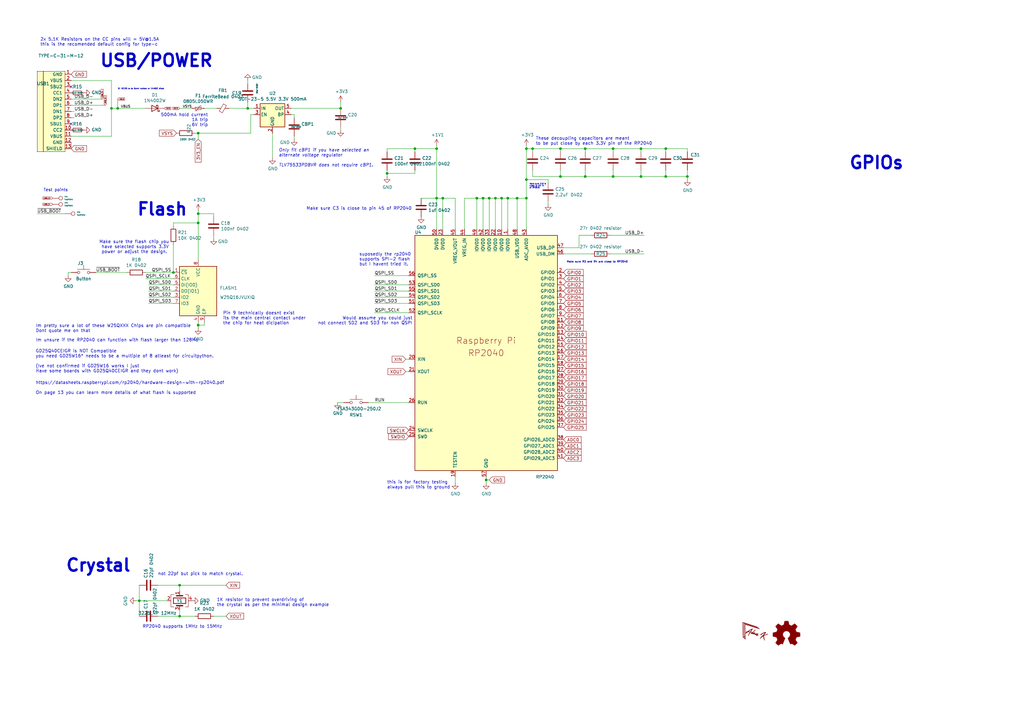
<source format=kicad_sch>
(kicad_sch (version 20230121) (generator eeschema)
  (paper "A3")
  (lib_symbols
    (symbol "Connector:TestPoint" (pin_numbers hide) (pin_names (offset 0.762) hide)
      (property "Reference" "TP" (at 0 6.858 0))
      (property "Value" "TestPoint" (at 0 5.08 0))
      (symbol "TestPoint_1_1"
        (pin passive line (at 0 0 90) (length 2.54) (name "1") (number "1"))
      )
    )
    (symbol "Device:C" (pin_numbers hide) (pin_names (offset 0.254))
      (property "Reference" "C" (at 0.635 2.54 0))
      (property "Value" "C" (at 0.635 -2.54 0))
      (symbol "C_1_1"
        (pin passive line (at 0 3.81 270) (length 2.794) (name "~") (number "1"))
        (pin passive line (at 0 -3.81 90) (length 2.794) (name "~") (number "2"))
      )
    )
    (symbol "Device:Crystal_GND24" (pin_names (offset 1.016) hide)
      (property "Reference" "Y" (at 3.175 5.08 0))
      (property "Value" "Crystal_GND24" (at 3.175 3.175 0))
      (symbol "Crystal_GND24_1_1"
        (pin passive line (at -3.81 0 0) (length 1.27) (name "1") (number "1"))
        (pin passive line (at 0 5.08 270) (length 1.27) (name "2") (number "2"))
        (pin passive line (at 3.81 0 180) (length 1.27) (name "3") (number "3"))
        (pin passive line (at 0 -5.08 90) (length 1.27) (name "4") (number "4"))
      )
    )
    (symbol "Device:D_Schottky" (pin_numbers hide) (pin_names (offset 1.016) hide)
      (property "Reference" "D" (at 0 2.54 0))
      (property "Value" "D_Schottky" (at 0 -2.54 0))
      (symbol "D_Schottky_1_1"
        (pin passive line (at -3.81 0 0) (length 2.54) (name "K") (number "1"))
        (pin passive line (at 3.81 0 180) (length 2.54) (name "A") (number "2"))
      )
    )
    (symbol "Device:FerriteBead_Small" (pin_numbers hide) (pin_names (offset 0))
      (property "Reference" "FB" (at 1.905 1.27 0))
      (property "Value" "FerriteBead_Small" (at 1.905 -1.27 0))
      (symbol "FerriteBead_Small_1_1"
        (pin passive line (at 0 2.54 270) (length 1.27) (name "~") (number "1"))
        (pin passive line (at 0 -2.54 90) (length 1.27) (name "~") (number "2"))
      )
    )
    (symbol "Device:Polyfuse_Small" (pin_numbers hide) (pin_names (offset 0))
      (property "Reference" "F" (at -1.905 0 90))
      (property "Value" "Polyfuse_Small" (at 1.905 0 90))
      (symbol "Polyfuse_Small_1_1"
        (pin passive line (at 0 2.54 270) (length 0.635) (name "~") (number "1"))
        (pin passive line (at 0 -2.54 90) (length 0.635) (name "~") (number "2"))
      )
    )
    (symbol "Device:R" (pin_numbers hide) (pin_names (offset 0))
      (property "Reference" "R" (at 2.032 0 90))
      (property "Value" "R" (at 0 0 90))
      (symbol "R_1_1"
        (pin passive line (at 0 3.81 270) (length 1.27) (name "~") (number "1"))
        (pin passive line (at 0 -3.81 90) (length 1.27) (name "~") (number "2"))
      )
    )
    (symbol "Device:R_Small" (pin_numbers hide) (pin_names (offset 0.254) hide)
      (property "Reference" "R" (at 0.762 0.508 0))
      (property "Value" "R_Small" (at 0.762 -1.016 0))
      (symbol "R_Small_1_1"
        (pin passive line (at 0 2.54 270) (length 0.762) (name "~") (number "1"))
        (pin passive line (at 0 -2.54 90) (length 0.762) (name "~") (number "2"))
      )
    )
    (symbol "Graphic:Logo_Open_Hardware_Small" (pin_names (offset 1.016)))
    (symbol "MCU_RaspberryPi_RP2040:RP2040" (pin_names (offset 1.016))
      (property "Reference" "U" (at -29.21 49.53 0))
      (property "Value" "RP2040" (at 24.13 -49.53 0))
      (symbol "RP2040_0_0"
        (text "Raspberry Pi" (at 0 5.08 0) (effects (font (size 2.54 2.54))))
        (text "RP2040" (at 0 0 0) (effects (font (size 2.54 2.54))))
      )
      (symbol "RP2040_1_1"
        (pin power_in line (at 8.89 50.8 270) (length 2.54) (name "IOVDD") (number "1"))
        (pin power_in line (at 6.35 50.8 270) (length 2.54) (name "IOVDD") (number "10"))
        (pin bidirectional line (at 31.75 12.7 180) (length 2.54) (name "GPIO8") (number "11"))
        (pin bidirectional line (at 31.75 10.16 180) (length 2.54) (name "GPIO9") (number "12"))
        (pin bidirectional line (at 31.75 7.62 180) (length 2.54) (name "GPIO10") (number "13"))
        (pin bidirectional line (at 31.75 5.08 180) (length 2.54) (name "GPIO11") (number "14"))
        (pin bidirectional line (at 31.75 2.54 180) (length 2.54) (name "GPIO12") (number "15"))
        (pin bidirectional line (at 31.75 0 180) (length 2.54) (name "GPIO13") (number "16"))
        (pin bidirectional line (at 31.75 -2.54 180) (length 2.54) (name "GPIO14") (number "17"))
        (pin bidirectional line (at 31.75 -5.08 180) (length 2.54) (name "GPIO15") (number "18"))
        (pin passive line (at -12.7 -50.8 90) (length 2.54) (name "TESTEN") (number "19"))
        (pin bidirectional line (at 31.75 33.02 180) (length 2.54) (name "GPIO0") (number "2"))
        (pin input line (at -31.75 -2.54 0) (length 2.54) (name "XIN") (number "20"))
        (pin passive line (at -31.75 -7.62 0) (length 2.54) (name "XOUT") (number "21"))
        (pin power_in line (at 3.81 50.8 270) (length 2.54) (name "IOVDD") (number "22"))
        (pin power_in line (at -17.78 50.8 270) (length 2.54) (name "DVDD") (number "23"))
        (pin output line (at -31.75 -31.75 0) (length 2.54) (name "SWCLK") (number "24"))
        (pin bidirectional line (at -31.75 -34.29 0) (length 2.54) (name "SWD") (number "25"))
        (pin input line (at -31.75 -20.32 0) (length 2.54) (name "RUN") (number "26"))
        (pin bidirectional line (at 31.75 -7.62 180) (length 2.54) (name "GPIO16") (number "27"))
        (pin bidirectional line (at 31.75 -10.16 180) (length 2.54) (name "GPIO17") (number "28"))
        (pin bidirectional line (at 31.75 -12.7 180) (length 2.54) (name "GPIO18") (number "29"))
        (pin bidirectional line (at 31.75 30.48 180) (length 2.54) (name "GPIO1") (number "3"))
        (pin bidirectional line (at 31.75 -15.24 180) (length 2.54) (name "GPIO19") (number "30"))
        (pin bidirectional line (at 31.75 -17.78 180) (length 2.54) (name "GPIO20") (number "31"))
        (pin bidirectional line (at 31.75 -20.32 180) (length 2.54) (name "GPIO21") (number "32"))
        (pin power_in line (at 1.27 50.8 270) (length 2.54) (name "IOVDD") (number "33"))
        (pin bidirectional line (at 31.75 -22.86 180) (length 2.54) (name "GPIO22") (number "34"))
        (pin bidirectional line (at 31.75 -25.4 180) (length 2.54) (name "GPIO23") (number "35"))
        (pin bidirectional line (at 31.75 -27.94 180) (length 2.54) (name "GPIO24") (number "36"))
        (pin bidirectional line (at 31.75 -30.48 180) (length 2.54) (name "GPIO25") (number "37"))
        (pin bidirectional line (at 31.75 -35.56 180) (length 2.54) (name "GPIO26_ADC0") (number "38"))
        (pin bidirectional line (at 31.75 -38.1 180) (length 2.54) (name "GPIO27_ADC1") (number "39"))
        (pin bidirectional line (at 31.75 27.94 180) (length 2.54) (name "GPIO2") (number "4"))
        (pin bidirectional line (at 31.75 -40.64 180) (length 2.54) (name "GPIO28_ADC2") (number "40"))
        (pin bidirectional line (at 31.75 -43.18 180) (length 2.54) (name "GPIO29_ADC3") (number "41"))
        (pin power_in line (at -1.27 50.8 270) (length 2.54) (name "IOVDD") (number "42"))
        (pin power_in line (at 16.51 50.8 270) (length 2.54) (name "ADC_AVDD") (number "43"))
        (pin power_in line (at -8.89 50.8 270) (length 2.54) (name "VREG_IN") (number "44"))
        (pin power_out line (at -12.7 50.8 270) (length 2.54) (name "VREG_VOUT") (number "45"))
        (pin bidirectional line (at 31.75 40.64 180) (length 2.54) (name "USB_DM") (number "46"))
        (pin bidirectional line (at 31.75 43.18 180) (length 2.54) (name "USB_DP") (number "47"))
        (pin power_in line (at 12.7 50.8 270) (length 2.54) (name "USB_VDD") (number "48"))
        (pin power_in line (at -3.81 50.8 270) (length 2.54) (name "IOVDD") (number "49"))
        (pin bidirectional line (at 31.75 25.4 180) (length 2.54) (name "GPIO3") (number "5"))
        (pin power_in line (at -20.32 50.8 270) (length 2.54) (name "DVDD") (number "50"))
        (pin bidirectional line (at -31.75 20.32 0) (length 2.54) (name "QSPI_SD3") (number "51"))
        (pin output line (at -31.75 16.51 0) (length 2.54) (name "QSPI_SCLK") (number "52"))
        (pin bidirectional line (at -31.75 27.94 0) (length 2.54) (name "QSPI_SD0") (number "53"))
        (pin bidirectional line (at -31.75 22.86 0) (length 2.54) (name "QSPI_SD2") (number "54"))
        (pin bidirectional line (at -31.75 25.4 0) (length 2.54) (name "QSPI_SD1") (number "55"))
        (pin bidirectional line (at -31.75 31.75 0) (length 2.54) (name "QSPI_SS") (number "56"))
        (pin power_in line (at 0 -50.8 90) (length 2.54) (name "GND") (number "57"))
        (pin bidirectional line (at 31.75 22.86 180) (length 2.54) (name "GPIO4") (number "6"))
        (pin bidirectional line (at 31.75 20.32 180) (length 2.54) (name "GPIO5") (number "7"))
        (pin bidirectional line (at 31.75 17.78 180) (length 2.54) (name "GPIO6") (number "8"))
        (pin bidirectional line (at 31.75 15.24 180) (length 2.54) (name "GPIO7") (number "9"))
      )
    )
    (symbol "Memory_Flash:W25Q32JVZP"
      (property "Reference" "U" (at -6.35 11.43 0))
      (property "Value" "W25Q32JVZP" (at 7.62 11.43 0))
      (symbol "W25Q32JVZP_1_1"
        (pin input line (at -10.16 7.62 0) (length 2.54) (name "~{CS}") (number "1"))
        (pin bidirectional line (at -10.16 0 0) (length 2.54) (name "DO(IO1)") (number "2"))
        (pin bidirectional line (at -10.16 -2.54 0) (length 2.54) (name "IO2") (number "3"))
        (pin power_in line (at 0 -12.7 90) (length 2.54) (name "GND") (number "4"))
        (pin bidirectional line (at -10.16 2.54 0) (length 2.54) (name "DI(IO0)") (number "5"))
        (pin input line (at -10.16 5.08 0) (length 2.54) (name "CLK") (number "6"))
        (pin bidirectional line (at -10.16 -5.08 0) (length 2.54) (name "IO3") (number "7"))
        (pin power_in line (at 0 12.7 270) (length 2.54) (name "VCC") (number "8"))
        (pin passive line (at 2.54 -12.7 90) (length 2.54) (name "EP") (number "9"))
      )
    )
    (symbol "Regulator_Linear:AP131-15" (pin_names (offset 0.254))
      (property "Reference" "U" (at -3.81 5.715 0))
      (property "Value" "AP131-15" (at 0 5.715 0))
      (symbol "AP131-15_1_1"
        (pin power_in line (at -7.62 2.54 0) (length 2.54) (name "IN") (number "1"))
        (pin power_in line (at 0 -7.62 90) (length 2.54) (name "GND") (number "2"))
        (pin input line (at -7.62 0 0) (length 2.54) (name "EN") (number "3"))
        (pin input line (at 7.62 0 180) (length 2.54) (name "BP") (number "4"))
        (pin power_out line (at 7.62 2.54 180) (length 2.54) (name "OUT") (number "5"))
      )
    )
    (symbol "Switch:SW_Push" (pin_numbers hide) (pin_names (offset 1.016) hide)
      (property "Reference" "SW" (at 1.27 2.54 0))
      (property "Value" "SW_Push" (at 0 -1.524 0))
      (symbol "SW_Push_0_1"
        (pin passive line (at -5.08 0 0) (length 2.54) (name "1") (number "1"))
        (pin passive line (at 5.08 0 180) (length 2.54) (name "2") (number "2"))
      )
    )
    (symbol "Type-C:HRO-TYPE-C-31-M-12" (pin_names (offset 1.016))
      (property "Reference" "USB" (at -5.08 16.51 0))
      (property "Value" "HRO-TYPE-C-31-M-12" (at -10.16 -1.27 90))
      (symbol "HRO-TYPE-C-31-M-12_1_1"
        (pin input line (at 2.54 13.97 180) (length 2.54) (name "GND") (number "1"))
        (pin input line (at 2.54 -8.89 180) (length 2.54) (name "CC2") (number "10"))
        (pin input line (at 2.54 -11.43 180) (length 2.54) (name "VBUS") (number "11"))
        (pin input line (at 2.54 -13.97 180) (length 2.54) (name "GND") (number "12"))
        (pin input line (at 2.54 -16.51 180) (length 2.54) (name "SHIELD") (number "13"))
        (pin input line (at 2.54 11.43 180) (length 2.54) (name "VBUS") (number "2"))
        (pin input line (at 2.54 8.89 180) (length 2.54) (name "SBU2") (number "3"))
        (pin input line (at 2.54 6.35 180) (length 2.54) (name "CC1") (number "4"))
        (pin input line (at 2.54 3.81 180) (length 2.54) (name "DN2") (number "5"))
        (pin input line (at 2.54 1.27 180) (length 2.54) (name "DP1") (number "6"))
        (pin input line (at 2.54 -1.27 180) (length 2.54) (name "DN1") (number "7"))
        (pin input line (at 2.54 -3.81 180) (length 2.54) (name "DP2") (number "8"))
        (pin input line (at 2.54 -6.35 180) (length 2.54) (name "SBU1") (number "9"))
      )
    )
    (symbol "logo:LOGO" (pin_names (offset 1.016)))
    (symbol "power:+1V1" (power) (pin_names (offset 0))
      (property "Value" "+1V1" (at 0 3.556 0))
      (symbol "+1V1_1_1"
        (pin power_in line (at 0 0 90) (length 0) hide (name "+1V1") (number "1"))
      )
    )
    (symbol "power:+3V3" (power) (pin_names (offset 0))
      (property "Value" "+3V3" (at 0 3.556 0))
      (symbol "+3V3_1_1"
        (pin power_in line (at 0 0 90) (length 0) hide (name "+3V3") (number "1"))
      )
    )
    (symbol "power:GND" (power) (pin_names (offset 0))
      (property "Value" "GND" (at 0 -3.81 0))
      (symbol "GND_1_1"
        (pin power_in line (at 0 0 270) (length 0) hide (name "GND") (number "1"))
      )
    )
  )
  (junction (at 139.7 44.45))
  (junction (at 262.89 60.96))
  (junction (at 73.66 252.73))
  (junction (at 262.89 72.39))
  (junction (at 45.72 44.45))
  (junction (at 195.58 81.28))
  (junction (at 208.28 81.28))
  (junction (at 251.46 72.39))
  (junction (at 179.07 81.28))
  (junction (at 57.15 246.38))
  (junction (at 215.9 60.96))
  (junction (at 71.12 111.76))
  (junction (at 281.94 72.39))
  (junction (at 215.9 73.66))
  (junction (at 203.2 81.28))
  (junction (at 229.87 60.96))
  (junction (at 170.18 60.96))
  (junction (at 81.28 87.63))
  (junction (at 205.74 81.28))
  (junction (at 240.03 72.39))
  (junction (at 229.87 72.39))
  (junction (at 218.44 60.96))
  (junction (at 251.46 60.96))
  (junction (at 81.28 133.35))
  (junction (at 81.28 91.44))
  (junction (at 240.03 60.96))
  (junction (at 48.26 44.45))
  (junction (at 198.12 81.28))
  (junction (at 212.09 81.28))
  (junction (at 215.9 81.28))
  (junction (at 273.05 60.96))
  (junction (at 81.28 54.61))
  (junction (at 199.39 196.85))
  (junction (at 273.05 72.39))
  (junction (at 73.66 240.03))
  (junction (at 179.07 60.96))
  (junction (at 200.66 81.28))
  (junction (at 181.61 81.28))
  (junction (at 158.75 71.12))
  (junction (at 101.6 44.45))
  (no_connect (at 29.21 50.8))
  (no_connect (at 29.21 35.56))
  (wire (pts (xy 81.28 54.61) (xy 81.28 57.15)))
  (wire (pts (xy 190.5 93.98) (xy 190.5 81.28)))
  (wire (pts (xy 218.44 62.23) (xy 218.44 60.96)))
  (wire (pts (xy 186.69 81.28) (xy 181.61 81.28)))
  (wire (pts (xy 29.21 40.64) (xy 41.91 40.64)))
  (wire (pts (xy 158.75 69.85) (xy 158.75 71.12)))
  (wire (pts (xy 190.5 81.28) (xy 195.58 81.28)))
  (wire (pts (xy 120.65 48.26) (xy 120.65 46.99)))
  (wire (pts (xy 229.87 72.39) (xy 240.03 72.39)))
  (wire (pts (xy 262.89 69.85) (xy 262.89 72.39)))
  (wire (pts (xy 73.66 240.03) (xy 92.71 240.03)))
  (wire (pts (xy 59.69 111.76) (xy 71.12 111.76)))
  (wire (pts (xy 167.64 128.27) (xy 153.67 128.27)))
  (wire (pts (xy 166.37 147.32) (xy 167.64 147.32)))
  (wire (pts (xy 281.94 69.85) (xy 281.94 72.39)))
  (wire (pts (xy 240.03 62.23) (xy 240.03 60.96)))
  (wire (pts (xy 87.63 252.73) (xy 92.71 252.73)))
  (wire (pts (xy 200.66 196.85) (xy 199.39 196.85)))
  (wire (pts (xy 71.12 116.84) (xy 60.96 116.84)))
  (wire (pts (xy 64.77 240.03) (xy 73.66 240.03)))
  (wire (pts (xy 195.58 81.28) (xy 198.12 81.28)))
  (wire (pts (xy 273.05 72.39) (xy 281.94 72.39)))
  (wire (pts (xy 71.12 124.46) (xy 60.96 124.46)))
  (wire (pts (xy 224.79 74.93) (xy 224.79 73.66)))
  (wire (pts (xy 60.96 119.38) (xy 71.12 119.38)))
  (wire (pts (xy 231.14 101.6) (xy 237.49 101.6)))
  (wire (pts (xy 200.66 81.28) (xy 203.2 81.28)))
  (wire (pts (xy 81.28 133.35) (xy 81.28 132.08)))
  (wire (pts (xy 215.9 73.66) (xy 224.79 73.66)))
  (wire (pts (xy 237.49 96.52) (xy 242.57 96.52)))
  (wire (pts (xy 27.94 111.76) (xy 27.94 113.03)))
  (wire (pts (xy 203.2 93.98) (xy 203.2 81.28)))
  (wire (pts (xy 229.87 72.39) (xy 229.87 69.85)))
  (wire (pts (xy 273.05 69.85) (xy 273.05 72.39)))
  (wire (pts (xy 250.19 96.52) (xy 264.16 96.52)))
  (wire (pts (xy 218.44 60.96) (xy 229.87 60.96)))
  (wire (pts (xy 273.05 60.96) (xy 281.94 60.96)))
  (wire (pts (xy 52.07 111.76) (xy 39.37 111.76)))
  (wire (pts (xy 186.69 93.98) (xy 186.69 81.28)))
  (wire (pts (xy 93.98 44.45) (xy 101.6 44.45)))
  (wire (pts (xy 215.9 59.69) (xy 215.9 60.96)))
  (wire (pts (xy 119.38 44.45) (xy 139.7 44.45)))
  (wire (pts (xy 80.01 252.73) (xy 73.66 252.73)))
  (wire (pts (xy 81.28 91.44) (xy 81.28 106.68)))
  (wire (pts (xy 229.87 60.96) (xy 240.03 60.96)))
  (wire (pts (xy 153.67 124.46) (xy 167.64 124.46)))
  (wire (pts (xy 215.9 73.66) (xy 215.9 81.28)))
  (wire (pts (xy 251.46 60.96) (xy 262.89 60.96)))
  (wire (pts (xy 73.66 252.73) (xy 73.66 250.19)))
  (wire (pts (xy 81.28 86.36) (xy 81.28 87.63)))
  (wire (pts (xy 48.26 44.45) (xy 59.69 44.45)))
  (wire (pts (xy 81.28 133.35) (xy 81.28 134.62)))
  (wire (pts (xy 200.66 93.98) (xy 200.66 81.28)))
  (wire (pts (xy 205.74 93.98) (xy 205.74 81.28)))
  (wire (pts (xy 153.67 116.84) (xy 167.64 116.84)))
  (wire (pts (xy 181.61 93.98) (xy 181.61 81.28)))
  (wire (pts (xy 158.75 71.12) (xy 158.75 72.39)))
  (wire (pts (xy 57.15 246.38) (xy 68.58 246.38)))
  (wire (pts (xy 57.15 246.38) (xy 57.15 240.03)))
  (wire (pts (xy 181.61 81.28) (xy 179.07 81.28)))
  (wire (pts (xy 208.28 81.28) (xy 208.28 93.98)))
  (wire (pts (xy 111.76 54.61) (xy 111.76 64.77)))
  (wire (pts (xy 251.46 69.85) (xy 251.46 72.39)))
  (wire (pts (xy 215.9 60.96) (xy 218.44 60.96)))
  (wire (pts (xy 251.46 62.23) (xy 251.46 60.96)))
  (wire (pts (xy 199.39 195.58) (xy 199.39 196.85)))
  (wire (pts (xy 139.7 52.07) (xy 139.7 53.34)))
  (wire (pts (xy 186.69 195.58) (xy 186.69 198.12)))
  (wire (pts (xy 151.13 165.1) (xy 167.64 165.1)))
  (wire (pts (xy 73.66 252.73) (xy 64.77 252.73)))
  (wire (pts (xy 71.12 92.71) (xy 71.12 91.44)))
  (wire (pts (xy 218.44 69.85) (xy 218.44 72.39)))
  (wire (pts (xy 158.75 62.23) (xy 158.75 60.96)))
  (wire (pts (xy 262.89 72.39) (xy 251.46 72.39)))
  (wire (pts (xy 273.05 72.39) (xy 262.89 72.39)))
  (wire (pts (xy 57.15 246.38) (xy 55.88 246.38)))
  (wire (pts (xy 273.05 60.96) (xy 273.05 62.23)))
  (wire (pts (xy 218.44 72.39) (xy 229.87 72.39)))
  (wire (pts (xy 73.66 44.45) (xy 78.74 44.45)))
  (wire (pts (xy 170.18 60.96) (xy 179.07 60.96)))
  (wire (pts (xy 102.87 46.99) (xy 104.14 46.99)))
  (wire (pts (xy 87.63 87.63) (xy 81.28 87.63)))
  (wire (pts (xy 153.67 119.38) (xy 167.64 119.38)))
  (wire (pts (xy 240.03 69.85) (xy 240.03 72.39)))
  (wire (pts (xy 45.72 55.88) (xy 29.21 55.88)))
  (wire (pts (xy 199.39 196.85) (xy 199.39 198.12)))
  (wire (pts (xy 29.21 48.26) (xy 30.48 48.26)))
  (wire (pts (xy 73.66 242.57) (xy 73.66 240.03)))
  (wire (pts (xy 158.75 60.96) (xy 170.18 60.96)))
  (wire (pts (xy 71.12 91.44) (xy 81.28 91.44)))
  (wire (pts (xy 198.12 81.28) (xy 200.66 81.28)))
  (wire (pts (xy 80.01 54.61) (xy 81.28 54.61)))
  (wire (pts (xy 29.21 45.72) (xy 30.48 45.72)))
  (wire (pts (xy 140.97 165.1) (xy 138.43 165.1)))
  (wire (pts (xy 179.07 60.96) (xy 179.07 81.28)))
  (wire (pts (xy 281.94 73.66) (xy 281.94 72.39)))
  (wire (pts (xy 205.74 81.28) (xy 208.28 81.28)))
  (wire (pts (xy 83.82 133.35) (xy 83.82 132.08)))
  (wire (pts (xy 101.6 34.29) (xy 101.6 33.02)))
  (wire (pts (xy 215.9 81.28) (xy 215.9 93.98)))
  (wire (pts (xy 15.24 87.63) (xy 26.67 87.63)))
  (wire (pts (xy 237.49 96.52) (xy 237.49 101.6)))
  (wire (pts (xy 153.67 121.92) (xy 167.64 121.92)))
  (wire (pts (xy 45.72 44.45) (xy 45.72 55.88)))
  (wire (pts (xy 208.28 81.28) (xy 212.09 81.28)))
  (wire (pts (xy 81.28 87.63) (xy 81.28 91.44)))
  (wire (pts (xy 229.87 62.23) (xy 229.87 60.96)))
  (wire (pts (xy 83.82 44.45) (xy 88.9 44.45)))
  (wire (pts (xy 29.21 33.02) (xy 45.72 33.02)))
  (wire (pts (xy 240.03 60.96) (xy 251.46 60.96)))
  (wire (pts (xy 262.89 62.23) (xy 262.89 60.96)))
  (wire (pts (xy 71.12 100.33) (xy 71.12 111.76)))
  (wire (pts (xy 81.28 133.35) (xy 83.82 133.35)))
  (wire (pts (xy 203.2 81.28) (xy 205.74 81.28)))
  (wire (pts (xy 87.63 88.9) (xy 87.63 87.63)))
  (wire (pts (xy 87.63 96.52) (xy 87.63 97.79)))
  (wire (pts (xy 29.21 43.18) (xy 43.18 43.18)))
  (wire (pts (xy 212.09 93.98) (xy 212.09 81.28)))
  (wire (pts (xy 250.19 104.14) (xy 264.16 104.14)))
  (wire (pts (xy 167.64 113.03) (xy 153.67 113.03)))
  (wire (pts (xy 170.18 71.12) (xy 170.18 69.85)))
  (wire (pts (xy 120.65 57.15) (xy 120.65 55.88)))
  (wire (pts (xy 29.21 111.76) (xy 27.94 111.76)))
  (wire (pts (xy 179.07 81.28) (xy 172.72 81.28)))
  (wire (pts (xy 231.14 104.14) (xy 242.57 104.14)))
  (wire (pts (xy 215.9 60.96) (xy 215.9 73.66)))
  (wire (pts (xy 170.18 62.23) (xy 170.18 60.96)))
  (wire (pts (xy 101.6 44.45) (xy 104.14 44.45)))
  (wire (pts (xy 251.46 72.39) (xy 240.03 72.39)))
  (wire (pts (xy 179.07 59.69) (xy 179.07 60.96)))
  (wire (pts (xy 139.7 41.91) (xy 139.7 44.45)))
  (wire (pts (xy 45.72 33.02) (xy 45.72 44.45)))
  (wire (pts (xy 262.89 60.96) (xy 273.05 60.96)))
  (wire (pts (xy 212.09 81.28) (xy 215.9 81.28)))
  (wire (pts (xy 158.75 71.12) (xy 170.18 71.12)))
  (wire (pts (xy 120.65 46.99) (xy 119.38 46.99)))
  (wire (pts (xy 45.72 44.45) (xy 48.26 44.45)))
  (wire (pts (xy 59.69 114.3) (xy 71.12 114.3)))
  (wire (pts (xy 71.12 121.92) (xy 60.96 121.92)))
  (wire (pts (xy 224.79 82.55) (xy 224.79 83.82)))
  (wire (pts (xy 167.64 152.4) (xy 166.37 152.4)))
  (wire (pts (xy 29.21 60.96) (xy 29.21 58.42)))
  (wire (pts (xy 48.26 44.45) (xy 48.26 40.64)))
  (wire (pts (xy 198.12 93.98) (xy 198.12 81.28)))
  (wire (pts (xy 101.6 41.91) (xy 101.6 44.45)))
  (wire (pts (xy 281.94 60.96) (xy 281.94 62.23)))
  (wire (pts (xy 195.58 93.98) (xy 195.58 81.28)))
  (wire (pts (xy 102.87 46.99) (xy 102.87 54.61)))
  (wire (pts (xy 81.28 54.61) (xy 102.87 54.61)))
  (wire (pts (xy 57.15 252.73) (xy 57.15 246.38)))
  (wire (pts (xy 179.07 81.28) (xy 179.07 93.98)))
  (text "USB/POWER" (at 40.64 27.94 0) (effects (font (size 5.0038 5.0038) (thickness 1.0008) bold) (justify left bottom)))
  (text "GPIOs" (at 347.98 69.85 0) (effects (font (size 5.0038 5.0038) (thickness 1.0008) bold) (justify left bottom)))
  (text "GD25Q40CEIGR is NOT Compatible\nyou need GD25W16* needs to be a multiple of 8 atleast for circuitpython.\n\n(Ive not confirmed if GD25W16 works I just \nHave some boards with GD25Q40CEIGR and they dont work)" (at 14.605 153.035 0) (effects (font (size 1.27 1.27)) (justify left bottom)))
  (text "1K resistor to prevent overdriving of \nthe crystal as per the minimal design example" (at 88.9 248.92 0) (effects (font (size 1.27 1.27)) (justify left bottom)))
  (text "RP2040 supports 1MHz to 15MHz" (at 58.42 257.81 0) (effects (font (size 1.27 1.27)) (justify left bottom)))
  (text "https://datasheets.raspberrypi.com/rp2040/hardware-design-with-rp2040.pdf\n\nOn page 13 you can learn more details of what flash is supported\n" (at 14.605 161.925 0) (effects (font (size 1.27 1.27)) (justify left bottom)))
  (text "Flash" (at 55.88 88.9 0) (effects (font (size 5.0038 5.0038) (thickness 1.0008) bold) (justify left bottom)))
  (text "Im pretty sure a lot of these W25QXXX Chips are pin compatible\nDont quote me on that" (at 14.605 136.525 0) (effects (font (size 1.27 1.27)) (justify left bottom)))
  (text "suposedly the rp2040\nsupports SPI-2 flash\nbut I havent tried it.\n" (at 147.32 109.22 0) (effects (font (size 1.27 1.27)) (justify left bottom)))
  (text "Would assume you could just\nnot connect SD2 and SD3 for non QSPI" (at 169.164 133.35 0) (effects (font (size 1.27 1.27)) (justify right bottom)))
  (text "Make sure the flash chip you\n have selected supports 3.3V\n power or adjust the design." (at 40.64 104.14 0) (effects (font (size 1.27 1.27)) (justify left bottom)))
  (text "Only fit cBP1 if you have selected an \nalternate voltage regulator\n\nTLV75533PDBVR does not require cBP1." (at 114.3 68.58 0) (effects (font (size 1.27 1.27) italic) (justify left bottom)))
  (text "Test points" (at 17.78 78.74 0) (effects (font (size 1.1938 1.1938)) (justify left bottom)))
  (text "2x 5.1K Resistors on the CC pins will = 5V@1.5A\nthis is the recomended default config for type-c" (at 16.51 19.05 0) (effects (font (size 1.27 1.27)) (justify left bottom)))
  (text "Im unsure if the RP2040 can function with flash larger than 128Mb" (at 14.605 140.335 0) (effects (font (size 1.27 1.27)) (justify left bottom)))
  (text "not 22pf but pick to match crystal." (at 64.77 236.22 0) (effects (font (size 1.27 1.27)) (justify left bottom)))
  (text "500mA hold current\n1A trip\n6V trip" (at 85.344 52.07 0) (effects (font (size 1.27 1.27)) (justify right bottom)))
  (text "Pin 9 technically doesnt exist\nits the main central contact under\nthe chip for heat dicipation" (at 91.44 133.35 0) (effects (font (size 1.27 1.27)) (justify left bottom)))
  (text "These decoupling capacitors are meant\nto be put close by each 3.3V pin of the RP2040" (at 219.71 59.69 0) (effects (font (size 1.27 1.27)) (justify left bottom)))
  (text "Crystal" (at 26.67 234.95 0) (effects (font (size 5.0038 5.0038) (thickness 1.0008) bold) (justify left bottom)))
  (text "D1 NEEDS to be 0omh resistor or 1N4002 diode" (at 48.26 36.83 0) (effects (font (size 0.508 0.508)) (justify left bottom)))
  (text "Make sure R3 and R4 are close to RP2040" (at 232.41 107.95 0) (effects (font (size 0.75 0.75)) (justify left bottom)))
  (text "Make sure C10 is\nclose to pin 44\nof RP2040\n" (at 217.17 77.47 0) (effects (font (size 0.5 0.5)) (justify left bottom)))
  (text "Make sure C3 is close to pin 45 of RP2040" (at 168.91 86.36 0) (effects (font (size 1.27 1.27)) (justify right bottom)))
  (text "this is for factory testing\nalways pull this to ground" (at 158.75 200.66 0) (effects (font (size 1.27 1.27)) (justify left bottom)))
  (label "RUN" (at 153.67 165.1 0))
  (label "QSPI_SD2" (at 153.67 121.92 0))
  (label "QSPI_SD1" (at 60.96 119.38 0))
  (label "USB_D-" (at 30.48 40.64 0))
  (label "~{USB_BOOT}" (at 15.24 87.63 0))
  (label "QSPI_SD0" (at 153.67 116.84 0))
  (label "QSPI_SD3" (at 153.67 124.46 0))
  (label "USB_D-" (at 30.48 45.72 0))
  (label "QSPI_SD0" (at 60.96 116.84 0))
  (label "QSPI_SS" (at 62.23 111.76 0))
  (label "USB_D+" (at 264.16 96.52 180))
  (label "QSPI_SD1" (at 153.67 119.38 0))
  (label "VSYS" (at 74.93 44.45 0) (effects (font (size 0.9906 0.9906))))
  (label "QSPI_SD2" (at 60.96 121.92 0))
  (label "QSPI_SD3" (at 60.96 124.46 0))
  (label "QSPI_SS" (at 153.67 113.03 0))
  (label "QSPI_SCLK" (at 59.69 114.3 0))
  (label "~{USB_BOOT}" (at 39.37 111.76 0))
  (label "USB_D-" (at 264.16 104.14 180))
  (label "USB_D+" (at 30.48 43.18 0))
  (label "QSPI_SCLK" (at 153.67 128.27 0))
  (label "VBUS" (at 49.53 44.45 0) (effects (font (size 0.9906 0.9906))))
  (label "USB_D+" (at 30.48 48.26 0))
  (global_label "3V3_EN" (shape input) (at 81.28 57.15 270) (property "Intersheetrefs" "${INTERSHEET_REFS}" (effects hide)))
  (global_label "GPIO3" (shape input) (at 231.14 119.38 0) (property "Intersheetrefs" "${INTERSHEET_REFS}" (effects hide)))
  (global_label "GPIO22" (shape input) (at 231.14 167.64 0) (property "Intersheetrefs" "${INTERSHEET_REFS}" (effects hide)))
  (global_label "GPIO24" (shape input) (at 231.14 172.72 0) (property "Intersheetrefs" "${INTERSHEET_REFS}" (effects hide)))
  (global_label "USB_D-" (shape input) (at 41.91 40.64 90) (effects (font (size 0.508 0.508))) (property "Intersheetrefs" "${INTERSHEET_REFS}" (effects hide)))
  (global_label "GPIO21" (shape input) (at 231.14 165.1 0) (property "Intersheetrefs" "${INTERSHEET_REFS}" (effects hide)))
  (global_label "ADC0" (shape input) (at 231.14 180.34 0) (property "Intersheetrefs" "${INTERSHEET_REFS}" (effects hide)))
  (global_label "GPIO14" (shape input) (at 231.14 147.32 0) (property "Intersheetrefs" "${INTERSHEET_REFS}" (effects hide)))
  (global_label "GPIO18" (shape input) (at 231.14 157.48 0) (property "Intersheetrefs" "${INTERSHEET_REFS}" (effects hide)))
  (global_label "USB_D-" (shape input) (at 21.59 83.82 180) (effects (font (size 0.508 0.508))) (property "Intersheetrefs" "${INTERSHEET_REFS}" (effects hide)))
  (global_label "VSYS" (shape input) (at 72.39 54.61 180) (property "Intersheetrefs" "${INTERSHEET_REFS}" (effects hide)))
  (global_label "GPIO16" (shape input) (at 231.14 152.4 0) (property "Intersheetrefs" "${INTERSHEET_REFS}" (effects hide)))
  (global_label "ADC1" (shape input) (at 231.14 182.88 0) (property "Intersheetrefs" "${INTERSHEET_REFS}" (effects hide)))
  (global_label "GPIO9" (shape input) (at 231.14 134.62 0) (property "Intersheetrefs" "${INTERSHEET_REFS}" (effects hide)))
  (global_label "GPIO10" (shape input) (at 231.14 137.16 0) (property "Intersheetrefs" "${INTERSHEET_REFS}" (effects hide)))
  (global_label "GND" (shape input) (at 29.21 30.48 0) (property "Intersheetrefs" "${INTERSHEET_REFS}" (effects hide)))
  (global_label "GPIO0" (shape input) (at 231.14 111.76 0) (property "Intersheetrefs" "${INTERSHEET_REFS}" (effects hide)))
  (global_label "SWDIO" (shape input) (at 167.64 179.07 180) (property "Intersheetrefs" "${INTERSHEET_REFS}" (effects hide)))
  (global_label "GND" (shape input) (at 29.21 60.96 0) (property "Intersheetrefs" "${INTERSHEET_REFS}" (effects hide)))
  (global_label "GPIO6" (shape input) (at 231.14 127 0) (property "Intersheetrefs" "${INTERSHEET_REFS}" (effects hide)))
  (global_label "GPIO8" (shape input) (at 231.14 132.08 0) (property "Intersheetrefs" "${INTERSHEET_REFS}" (effects hide)))
  (global_label "XOUT" (shape input) (at 166.37 152.4 180) (property "Intersheetrefs" "${INTERSHEET_REFS}" (effects hide)))
  (global_label "GPIO19" (shape input) (at 231.14 160.02 0) (property "Intersheetrefs" "${INTERSHEET_REFS}" (effects hide)))
  (global_label "VSYS" (shape input) (at 67.31 44.45 0) (effects (font (size 0.508 0.508))) (property "Intersheetrefs" "${INTERSHEET_REFS}" (effects hide)))
  (global_label "GPIO17" (shape input) (at 231.14 154.94 0) (property "Intersheetrefs" "${INTERSHEET_REFS}" (effects hide)))
  (global_label "GPIO12" (shape input) (at 231.14 142.24 0) (property "Intersheetrefs" "${INTERSHEET_REFS}" (effects hide)))
  (global_label "GPIO23" (shape input) (at 231.14 170.18 0) (property "Intersheetrefs" "${INTERSHEET_REFS}" (effects hide)))
  (global_label "XOUT" (shape input) (at 92.71 252.73 0) (property "Intersheetrefs" "${INTERSHEET_REFS}" (effects hide)))
  (global_label "GPIO13" (shape input) (at 231.14 144.78 0) (property "Intersheetrefs" "${INTERSHEET_REFS}" (effects hide)))
  (global_label "SWCLK" (shape input) (at 167.64 176.53 180) (property "Intersheetrefs" "${INTERSHEET_REFS}" (effects hide)))
  (global_label "VSYS" (shape input) (at 73.66 44.45 180) (effects (font (size 0.508 0.508))) (property "Intersheetrefs" "${INTERSHEET_REFS}" (effects hide)))
  (global_label "VBUS" (shape input) (at 48.26 40.64 0) (effects (font (size 0.508 0.508))) (property "Intersheetrefs" "${INTERSHEET_REFS}" (effects hide)))
  (global_label "USB_D+" (shape input) (at 21.59 81.28 180) (effects (font (size 0.508 0.508))) (property "Intersheetrefs" "${INTERSHEET_REFS}" (effects hide)))
  (global_label "ADC3" (shape input) (at 231.14 187.96 0) (property "Intersheetrefs" "${INTERSHEET_REFS}" (effects hide)))
  (global_label "USB_D+" (shape input) (at 43.18 43.18 90) (effects (font (size 0.508 0.508))) (property "Intersheetrefs" "${INTERSHEET_REFS}" (effects hide)))
  (global_label "GPIO7" (shape input) (at 231.14 129.54 0) (property "Intersheetrefs" "${INTERSHEET_REFS}" (effects hide)))
  (global_label "GPIO1" (shape input) (at 231.14 114.3 0) (property "Intersheetrefs" "${INTERSHEET_REFS}" (effects hide)))
  (global_label "GPIO25" (shape input) (at 231.14 175.26 0) (property "Intersheetrefs" "${INTERSHEET_REFS}" (effects hide)))
  (global_label "GPIO20" (shape input) (at 231.14 162.56 0) (property "Intersheetrefs" "${INTERSHEET_REFS}" (effects hide)))
  (global_label "GPIO4" (shape input) (at 231.14 121.92 0) (property "Intersheetrefs" "${INTERSHEET_REFS}" (effects hide)))
  (global_label "ADC2" (shape input) (at 231.14 185.42 0) (property "Intersheetrefs" "${INTERSHEET_REFS}" (effects hide)))
  (global_label "GPIO11" (shape input) (at 231.14 139.7 0) (property "Intersheetrefs" "${INTERSHEET_REFS}" (effects hide)))
  (global_label "GPIO15" (shape input) (at 231.14 149.86 0) (property "Intersheetrefs" "${INTERSHEET_REFS}" (effects hide)))
  (global_label "GPIO2" (shape input) (at 231.14 116.84 0) (property "Intersheetrefs" "${INTERSHEET_REFS}" (effects hide)))
  (global_label "XIN" (shape input) (at 166.37 147.32 180) (property "Intersheetrefs" "${INTERSHEET_REFS}" (effects hide)))
  (global_label "GPIO5" (shape input) (at 231.14 124.46 0) (property "Intersheetrefs" "${INTERSHEET_REFS}" (effects hide)))
  (global_label "GND" (shape input) (at 200.66 196.85 0) (property "Intersheetrefs" "${INTERSHEET_REFS}" (effects hide)))
  (global_label "XIN" (shape input) (at 92.71 240.03 0) (property "Intersheetrefs" "${INTERSHEET_REFS}" (effects hide)))
  (symbol (lib_id "Device:R") (at 71.12 96.52 0) (unit 1)
    (property "Reference" "R21" (at 72.898 95.3516 0) (effects (justify left)))
    (property "Value" "10K 0402" (at 72.898 97.663 0) (effects (justify left)))
    (property "Footprint" "Resistor_SMD:R_0402_1005Metric" (effects hide))
    (property "LCSC" "  " (effects hide))
    (instances (project "Env-MicroDotClock" (path "" (reference "R21") (unit 1))) (project "EnvOpenPico" (path "" (reference "R2") (unit 1))) (project "EliteMicro2040" (path "" (reference "R2") (unit 1))))
  )
  (symbol (lib_id "Device:C") (at 120.65 52.07 0) (unit 1)
    (property "Reference" "CBP1" (at 123.571 50.9016 0) (effects (justify left)))
    (property "Value" "10uf 0402" (at 119.38 52.07 0) (effects (font (size 0.508 0.508)) (justify left)))
    (property "Footprint" "Capacitor_SMD:C_0402_1005Metric" (effects hide))
    (property "LCSC" " " (effects hide))
  )
  (symbol (lib_id "power:+3V3") (at 139.7 41.91 0) (unit 1)
    (property "Reference" "#PWR068" (effects hide))
    (property "Value" "+3V3" (at 140.081 37.5158 0))
    (instances (project "Env-MicroDotClock" (path "" (reference "#PWR068") (unit 1))) (project "EnvOpenPico" (path "" (reference "#PWR09") (unit 1))))
  )
  (symbol (lib_id "Device:C") (at 262.89 66.04 0) (unit 1)
    (property "Reference" "C29" (at 265.811 64.8716 0) (effects (justify left)))
    (property "Value" "100nf 0402" (effects hide))
    (property "Footprint" "Capacitor_SMD:C_0402_1005Metric" (effects hide))
    (property "LCSC" " " (effects hide))
    (instances (project "Env-MicroDotClock" (path "" (reference "C29") (unit 1))) (project "EnvOpenPico" (path "" (reference "C15") (unit 1))))
  )
  (symbol (lib_id "power:GND") (at 87.63 97.79 0) (unit 1)
    (property "Reference" "#PWR063" (effects hide))
    (property "Value" "GND" (at 91.44 99.06 0))
    (instances (project "Env-MicroDotClock" (path "" (reference "#PWR063") (unit 1))) (project "EnvOpenPico" (path "" (reference "#PWR021") (unit 1))) (project "EliteMicro2040" (path "" (reference "#PWR011") (unit 1))))
  )
  (symbol (lib_id "Device:C") (at 281.94 66.04 0) (unit 1)
    (property "Reference" "C31" (at 283.21 63.5 0) (effects (justify left)))
    (property "Value" "100nf 0402" (effects hide))
    (property "Footprint" "Capacitor_SMD:C_0402_1005Metric" (effects hide))
    (property "LCSC" " " (effects hide))
    (instances (project "Env-MicroDotClock" (path "" (reference "C31") (unit 1))) (project "EnvOpenPico" (path "" (reference "C18") (unit 1))))
  )
  (symbol (lib_id "Device:R") (at 76.2 54.61 270) (unit 1)
    (property "Reference" "R22" (at 77.47 50.8 0) (effects (justify left)))
    (property "Value" "100K 0402" (at 73.66 57.15 90) (effects (font (size 0.762 0.762)) (justify left)))
    (property "Footprint" "Resistor_SMD:R_0402_1005Metric" (effects hide))
    (property "LCSC" " " (effects hide))
    (instances (project "Env-MicroDotClock" (path "" (reference "R22") (unit 1))) (project "EnvOpenPico" (path "" (reference "R7") (unit 1))))
  )
  (symbol (lib_id "Device:R") (at 246.38 104.14 270) (unit 1)
    (property "Reference" "R25" (at 246.38 104.14 90))
    (property "Value" "27r 0402 resistor" (at 246.38 101.1936 90))
    (property "Footprint" "Resistor_SMD:R_0402_1005Metric" (effects hide))
    (property "LCSC" " " (effects hide))
    (instances (project "Env-MicroDotClock" (path "" (reference "R25") (unit 1))) (project "EnvOpenPico" (path "" (reference "R4") (unit 1))))
  )
  (symbol (lib_id "power:+3V3") (at 215.9 59.69 0) (unit 1)
    (property "Reference" "#PWR075" (effects hide))
    (property "Value" "+3V3" (at 216.281 55.2958 0))
    (instances (project "Env-MicroDotClock" (path "" (reference "#PWR075") (unit 1))) (project "EnvOpenPico" (path "" (reference "#PWR017") (unit 1))))
  )
  (symbol (lib_id "power:GND") (at 158.75 72.39 0) (unit 1)
    (property "Reference" "#PWR070" (effects hide))
    (property "Value" "GND" (at 158.877 76.7842 0))
    (instances (project "Env-MicroDotClock" (path "" (reference "#PWR070") (unit 1))) (project "EnvOpenPico" (path "" (reference "#PWR012") (unit 1))))
  )
  (symbol (lib_id "power:GND") (at 172.72 88.9 0) (unit 1)
    (property "Reference" "#PWR071" (effects hide))
    (property "Value" "GND" (at 172.847 93.2942 0))
    (instances (project "Env-MicroDotClock" (path "" (reference "#PWR071") (unit 1))) (project "EnvOpenPico" (path "" (reference "#PWR06") (unit 1))))
  )
  (symbol (lib_id "Device:C") (at 60.96 252.73 90) (unit 1)
    (property "Reference" "C17" (at 59.7916 249.809 0) (effects (justify left)))
    (property "Value" "22pf 0402" (at 63.5 251.46 0) (effects (justify left)))
    (property "Footprint" "Capacitor_SMD:C_0402_1005Metric" (effects hide))
    (property "LCSC" " " (effects hide))
    (instances (project "Env-MicroDotClock" (path "" (reference "C17") (unit 1))) (project "EnvOpenPico" (path "" (reference "C19") (unit 1))))
  )
  (symbol (lib_id "Type-C:HRO-TYPE-C-31-M-12") (at 26.67 44.45 0) (unit 1)
    (property "Reference" "USB1" (at 20.32 34.29 0) (effects (justify right)))
    (property "Value" "TYPE-C-31-M-12" (at 34.29 22.86 0) (effects (justify right)))
    (property "Footprint" "Connector_USB:USB_C_Receptacle_HRO_TYPE-C-31-M-12" (effects hide))
    (property "LCSC" "C165948" (effects hide))
  )
  (symbol (lib_id "power:GND") (at 224.79 83.82 0) (unit 1)
    (property "Reference" "#PWR076" (effects hide))
    (property "Value" "GND" (at 224.917 88.2142 0))
    (instances (project "Env-MicroDotClock" (path "" (reference "#PWR076") (unit 1))) (project "EnvOpenPico" (path "" (reference "#PWR018") (unit 1))))
  )
  (symbol (lib_id "Device:R") (at 246.38 96.52 270) (unit 1)
    (property "Reference" "R24" (at 246.38 96.52 90))
    (property "Value" "27r 0402 resistor" (at 246.38 93.5736 90))
    (property "Footprint" "Resistor_SMD:R_0402_1005Metric" (effects hide))
    (property "LCSC" " " (effects hide))
    (instances (project "Env-MicroDotClock" (path "" (reference "R24") (unit 1))) (project "EnvOpenPico" (path "" (reference "R3") (unit 1))))
  )
  (symbol (lib_id "Device:C") (at 218.44 66.04 0) (unit 1)
    (property "Reference" "C24" (at 221.361 64.8716 0) (effects (justify left)))
    (property "Value" "100nf 0402" (effects hide))
    (property "Footprint" "Capacitor_SMD:C_0402_1005Metric" (effects hide))
    (property "LCSC" " " (effects hide))
    (instances (project "Env-MicroDotClock" (path "" (reference "C24") (unit 1))) (project "EnvOpenPico" (path "" (reference "C11") (unit 1))))
  )
  (symbol (lib_id "power:GND") (at 78.74 246.38 90) (unit 1)
    (property "Reference" "#PWR060" (effects hide))
    (property "Value" "GND" (at 81.9912 246.253 90) (effects (justify right)))
    (instances (project "Env-MicroDotClock" (path "" (reference "#PWR060") (unit 1))) (project "EnvOpenPico" (path "" (reference "#PWR0105") (unit 1))))
  )
  (symbol (lib_id "Memory_Flash:W25Q32JVZP") (at 81.28 119.38 0) (unit 1)
    (property "Reference" "FLASH1" (at 90.17 118.1099 0) (effects (justify left)))
    (property "Value" "W25Q16JVUXIQ" (at 90.17 121.9199 0) (effects (justify left)))
    (property "Footprint" "Package_SON:SON-8-1EP_3x2mm_P0.5mm_EP1.4x1.6mm" (effects hide))
    (property "Datasheet" "http://www.winbond.com/resource-files/w25q32jv%20revg%2003272018%20plus.pdf" (effects hide))
  )
  (symbol (lib_id "power:GND") (at 111.76 64.77 0) (unit 1)
    (property "Reference" "#PWR065" (effects hide))
    (property "Value" "GND" (at 111.887 69.1642 0))
    (instances (project "Env-MicroDotClock" (path "" (reference "#PWR065") (unit 1))) (project "EnvOpenPico" (path "" (reference "#PWR05") (unit 1))))
  )
  (symbol (lib_id "Switch:SW_Push") (at 146.05 165.1 0) (unit 1)
    (property "Reference" "RSW1" (at 146.05 170.18 0))
    (property "Value" "TSA343G00-250J2" (at 147.32 167.64 0))
    (property "Footprint" "Button_Switch_SMD:SW_Push_SPST_NO_Alps_SKRK" (effects hide))
  )
  (symbol (lib_id "power:GND") (at 120.65 57.15 0) (unit 1)
    (property "Reference" "#PWR066" (effects hide))
    (property "Value" "GND" (at 116.84 58.42 0))
    (instances (project "Env-MicroDotClock" (path "" (reference "#PWR066") (unit 1))) (project "EnvOpenPico" (path "" (reference "#PWR0110") (unit 1))))
  )
  (symbol (lib_id "Device:C") (at 139.7 48.26 0) (unit 1)
    (property "Reference" "C20" (at 142.621 47.0916 0) (effects (justify left)))
    (property "Value" "10uf 0402" (at 138.43 48.26 0) (effects (font (size 0.508 0.508)) (justify left)))
    (property "Footprint" "Capacitor_SMD:C_0402_1005Metric" (effects hide))
    (property "LCSC" " " (effects hide))
    (instances (project "Env-MicroDotClock" (path "" (reference "C20") (unit 1))) (project "EnvOpenPico" (path "" (reference "C4") (unit 1))))
  )
  (symbol (lib_id "logo:LOGO") (at 309.88 259.08 0) (unit 1)
    (property "Reference" "#G1" (effects hide))
    (property "Value" "LOGO" (effects hide))
    (property "Footprint" "EnvExtras:logo" (effects hide))
  )
  (symbol (lib_id "power:GND") (at 139.7 53.34 0) (unit 1)
    (property "Reference" "#PWR069" (effects hide))
    (property "Value" "GND" (at 135.89 54.61 0))
    (instances (project "Env-MicroDotClock" (path "" (reference "#PWR069") (unit 1))) (project "EnvOpenPico" (path "" (reference "#PWR0114") (unit 1))))
  )
  (symbol (lib_id "Device:C") (at 87.63 92.71 0) (unit 1)
    (property "Reference" "C18" (at 90.551 91.5416 0) (effects (justify left)))
    (property "Value" "100nf 0402" (at 90.551 93.853 0) (effects (justify left)))
    (property "Footprint" "Capacitor_SMD:C_0402_1005Metric" (effects hide))
    (property "LCSC" " " (effects hide))
    (instances (project "Env-MicroDotClock" (path "" (reference "C18") (unit 1))) (project "EnvOpenPico" (path "" (reference "C5") (unit 1))) (project "EliteMicro2040" (path "" (reference "C5") (unit 1))))
  )
  (symbol (lib_id "Device:C") (at 229.87 66.04 0) (unit 1)
    (property "Reference" "C26" (at 232.791 64.8716 0) (effects (justify left)))
    (property "Value" "100nf 0402" (effects hide))
    (property "Footprint" "Capacitor_SMD:C_0402_1005Metric" (effects hide))
    (property "LCSC" " " (effects hide))
    (instances (project "Env-MicroDotClock" (path "" (reference "C26") (unit 1))) (project "EnvOpenPico" (path "" (reference "C8") (unit 1))))
  )
  (symbol (lib_id "Graphic:Logo_Open_Hardware_Small") (at 322.58 260.35 0) (unit 1)
    (property "Reference" "#LOGO1" (effects hide))
    (property "Value" "Logo_Open_Hardware_Small" (effects hide))
    (property "Footprint" "EnvExtras:logo" (effects hide))
  )
  (symbol (lib_id "Device:C") (at 273.05 66.04 0) (unit 1)
    (property "Reference" "C30" (at 275.971 64.8716 0) (effects (justify left)))
    (property "Value" "100nf 0402" (effects hide))
    (property "Footprint" "Capacitor_SMD:C_0402_1005Metric" (effects hide))
    (property "LCSC" " " (effects hide))
    (instances (project "Env-MicroDotClock" (path "" (reference "C30") (unit 1))) (project "EnvOpenPico" (path "" (reference "C16") (unit 1))))
  )
  (symbol (lib_id "Device:R_Small") (at 31.75 53.34 270) (unit 1)
    (property "Reference" "R16" (at 31.75 50.8 90))
    (property "Value" "5.1K 0402" (at 31.75 53.34 90) (effects (font (size 0.508 0.508))))
    (property "Footprint" "Resistor_SMD:R_0402_1005Metric" (effects hide))
    (property "LCSC" " " (effects hide))
    (instances (project "Env-MicroDotClock" (path "" (reference "R16") (unit 1))) (project "EnvOpenPico" (path "" (reference "R6") (unit 1))))
  )
  (symbol (lib_id "Device:C") (at 60.96 240.03 90) (unit 1)
    (property "Reference" "C16" (at 59.7916 237.109 0) (effects (justify left)))
    (property "Value" "22pf 0402" (at 62.103 237.109 0) (effects (justify left)))
    (property "Footprint" "Capacitor_SMD:C_0402_1005Metric" (effects hide))
    (property "LCSC" " " (effects hide))
    (instances (project "Env-MicroDotClock" (path "" (reference "C16") (unit 1))) (project "EnvOpenPico" (path "" (reference "C2") (unit 1))))
  )
  (symbol (lib_id "Device:D_Schottky") (at 63.5 44.45 180) (unit 1)
    (property "Reference" "D1" (at 63.5 38.9382 0))
    (property "Value" "1N4002W" (at 63.5 41.2496 0))
    (property "Footprint" "Diode_SMD:D_SOD-123" (effects hide))
    (property "LCSC" " " (effects hide))
  )
  (symbol (lib_id "Connector:TestPoint") (at 21.59 83.82 270) (unit 1)
    (property "Reference" "TP2" (at 26.3652 83.2612 90) (effects (font (size 0.508 0.508)) (justify left)))
    (property "Value" "TestPoint" (at 26.3652 84.3534 90) (effects (font (size 0.508 0.508)) (justify left)))
    (property "Footprint" "TestPoint:TestPoint_Pad_D1.0mm" (effects hide))
    (property "LCSC" " " (effects hide))
  )
  (symbol (lib_id "Device:C") (at 224.79 78.74 0) (unit 1)
    (property "Reference" "C25" (at 227.711 77.5716 0) (effects (justify left)))
    (property "Value" "2.2uF 0402" (at 227.711 79.883 0) (effects (justify left)))
    (property "Footprint" "Capacitor_SMD:C_0402_1005Metric" (effects hide))
    (property "LCSC" " " (effects hide))
    (instances (project "Env-MicroDotClock" (path "" (reference "C25") (unit 1))) (project "EnvOpenPico" (path "" (reference "C10") (unit 1))))
  )
  (symbol (lib_id "Regulator_Linear:AP131-15") (at 111.76 46.99 0) (unit 1)
    (property "Reference" "U2" (at 111.76 38.3032 0))
    (property "Value" "SOT-23-5 5.5V 3.3V 500mA" (at 111.76 40.6146 0))
    (property "Footprint" "Package_TO_SOT_SMD:SOT-23-5" (effects hide))
    (property "LCSC" " " (effects hide))
    (instances (project "Env-MicroDotClock" (path "" (reference "U2") (unit 1))) (project "EnvOpenPico" (path "" (reference "U1") (unit 1))))
  )
  (symbol (lib_id "Device:Crystal_GND24") (at 73.66 246.38 90) (mirror x) (unit 1)
    (property "Reference" "Y1" (at 74.93 246.38 90) (effects (justify left)))
    (property "Value" "3225_4P 12MHz" (at 72.39 251.46 90) (effects (justify left)))
    (property "Footprint" "Crystal:Crystal_SMD_3225-4Pin_3.2x2.5mm" (effects hide))
    (property "LCSC" " " (effects hide))
  )
  (symbol (lib_id "Device:Polyfuse_Small") (at 81.28 44.45 270) (unit 1)
    (property "Reference" "F1" (at 81.28 39.243 90))
    (property "Value" "0805L050WR" (at 81.28 41.5544 90))
    (property "Footprint" "Fuse:Fuse_0805_2012Metric" (effects hide))
  )
  (symbol (lib_id "power:GND") (at 81.28 134.62 0) (unit 1)
    (property "Reference" "#PWR062" (effects hide))
    (property "Value" "GND" (at 81.407 139.0142 0))
    (instances (project "Env-MicroDotClock" (path "" (reference "#PWR062") (unit 1))) (project "EnvOpenPico" (path "" (reference "#PWR019") (unit 1))) (project "EliteMicro2040" (path "" (reference "#PWR0101") (unit 1))))
  )
  (symbol (lib_id "power:GND") (at 186.69 198.12 0) (unit 1)
    (property "Reference" "#PWR073" (effects hide))
    (property "Value" "GND" (at 186.817 202.5142 0))
    (instances (project "Env-MicroDotClock" (path "" (reference "#PWR073") (unit 1))) (project "EnvOpenPico" (path "" (reference "#PWR015") (unit 1))))
  )
  (symbol (lib_id "Device:C") (at 170.18 66.04 0) (unit 1)
    (property "Reference" "C22" (at 173.101 64.8716 0) (effects (justify left)))
    (property "Value" "100nf 0402" (at 173.101 67.183 0) (effects (justify left)))
    (property "Footprint" "Capacitor_SMD:C_0402_1005Metric" (effects hide))
    (property "LCSC" " " (effects hide))
    (instances (project "Env-MicroDotClock" (path "" (reference "C22") (unit 1))) (project "EnvOpenPico" (path "" (reference "C7") (unit 1))))
  )
  (symbol (lib_id "power:GND") (at 199.39 198.12 0) (unit 1)
    (property "Reference" "#PWR074" (effects hide))
    (property "Value" "GND" (at 199.517 202.5142 0))
    (instances (project "Env-MicroDotClock" (path "" (reference "#PWR074") (unit 1))) (project "EnvOpenPico" (path "" (reference "#PWR016") (unit 1))))
  )
  (symbol (lib_id "Connector:TestPoint") (at 26.67 87.63 270) (unit 1)
    (property "Reference" "TP3" (at 31.4452 87.0712 90) (effects (font (size 0.508 0.508)) (justify left)))
    (property "Value" "TestPoint" (at 31.4452 88.1634 90) (effects (font (size 0.508 0.508)) (justify left)))
    (property "Footprint" "TestPoint:TestPoint_Pad_D1.0mm" (effects hide))
    (property "LCSC" " " (effects hide))
  )
  (symbol (lib_id "power:GND") (at 34.29 38.1 90) (unit 1)
    (property "Reference" "#PWR055" (effects hide))
    (property "Value" "GND" (at 37.5412 37.973 90) (effects (justify right)))
    (instances (project "Env-MicroDotClock" (path "" (reference "#PWR055") (unit 1))) (project "EnvOpenPico" (path "" (reference "#PWR0108") (unit 1))))
  )
  (symbol (lib_id "Device:C") (at 101.6 38.1 180) (unit 1)
    (property "Reference" "C19" (at 99.06 38.1 0) (effects (justify left)))
    (property "Value" "10uf 0402" (at 105.41 34.29 90) (effects (font (size 0.508 0.508)) (justify left)))
    (property "Footprint" "Capacitor_SMD:C_0402_1005Metric" (effects hide))
    (property "LCSC" " " (effects hide))
    (instances (project "Env-MicroDotClock" (path "" (reference "C19") (unit 1))) (project "EnvOpenPico" (path "" (reference "C1") (unit 1))))
  )
  (symbol (lib_id "Device:FerriteBead_Small") (at 91.44 44.45 90) (unit 1)
    (property "Reference" "FB1" (at 91.3892 37.084 90))
    (property "Value" "FerriteBead 0402" (at 91.3892 39.624 90))
    (property "Footprint" "Resistor_SMD:R_0402_1005Metric" (effects hide))
  )
  (symbol (lib_id "power:+3V3") (at 81.28 86.36 0) (unit 1)
    (property "Reference" "#PWR061" (effects hide))
    (property "Value" "+3V3" (at 81.661 81.9658 0))
    (instances (project "Env-MicroDotClock" (path "" (reference "#PWR061") (unit 1))) (project "EnvOpenPico" (path "" (reference "#PWR010") (unit 1))) (project "EliteMicro2040" (path "" (reference "#PWR07") (unit 1))))
  )
  (symbol (lib_id "Device:R_Small") (at 31.75 38.1 270) (unit 1)
    (property "Reference" "R15" (at 31.75 35.56 90))
    (property "Value" "5.1K 0402" (at 31.75 38.1 90) (effects (font (size 0.508 0.508))))
    (property "Footprint" "Resistor_SMD:R_0402_1005Metric" (effects hide))
    (property "LCSC" " " (effects hide))
    (instances (project "Env-MicroDotClock" (path "" (reference "R15") (unit 1))) (project "EnvOpenPico" (path "" (reference "R5") (unit 1))))
  )
  (symbol (lib_id "Device:R") (at 83.82 252.73 270) (unit 1)
    (property "Reference" "R23" (at 83.82 247.4722 90))
    (property "Value" "1K 0402" (at 83.82 249.7836 90))
    (property "Footprint" "Resistor_SMD:R_0402_1005Metric" (effects hide))
    (property "LCSC" " " (effects hide))
    (instances (project "Env-MicroDotClock" (path "" (reference "R23") (unit 1))) (project "EnvOpenPico" (path "" (reference "R11") (unit 1))))
  )
  (symbol (lib_id "MCU_RaspberryPi_RP2040:RP2040") (at 199.39 144.78 0) (unit 1)
    (property "Reference" "U4" (at 171.45 95.25 0))
    (property "Value" "RP2040" (at 223.52 195.58 0))
    (property "Footprint" "MCU_RaspberryPi_and_Boards:RP2040-QFN-56" (effects hide))
    (property "LCSC" " C2040" (effects hide))
    (instances (project "Env-MicroDotClock" (path "" (reference "U4") (unit 1))) (project "EnvOpenPico" (path "" (reference "U3") (unit 1))))
  )
  (symbol (lib_id "power:GND") (at 281.94 73.66 0) (unit 1)
    (property "Reference" "#PWR077" (effects hide))
    (property "Value" "GND" (at 282.067 78.0542 0))
    (instances (project "Env-MicroDotClock" (path "" (reference "#PWR077") (unit 1))) (project "EnvOpenPico" (path "" (reference "#PWR08") (unit 1))))
  )
  (symbol (lib_id "Device:R") (at 55.88 111.76 270) (unit 1)
    (property "Reference" "R18" (at 55.88 106.5022 90))
    (property "Value" "1K 0402" (at 55.88 108.8136 90))
    (property "Footprint" "Resistor_SMD:R_0402_1005Metric" (effects hide))
    (property "LCSC" " " (effects hide))
    (instances (project "Env-MicroDotClock" (path "" (reference "R18") (unit 1))) (project "EnvOpenPico" (path "" (reference "R1") (unit 1))) (project "EliteMicro2040" (path "" (reference "R1") (unit 1))))
  )
  (symbol (lib_id "Device:C") (at 251.46 66.04 0) (unit 1)
    (property "Reference" "C28" (at 254.381 64.8716 0) (effects (justify left)))
    (property "Value" "100nf 0402" (effects hide))
    (property "Footprint" "Capacitor_SMD:C_0402_1005Metric" (effects hide))
    (property "LCSC" " " (effects hide))
    (instances (project "Env-MicroDotClock" (path "" (reference "C28") (unit 1))) (project "EnvOpenPico" (path "" (reference "C14") (unit 1))))
  )
  (symbol (lib_id "Device:C") (at 172.72 85.09 0) (unit 1)
    (property "Reference" "C23" (at 175.641 83.9216 0) (effects (justify left)))
    (property "Value" "1uf 0402" (at 175.641 86.233 0) (effects (justify left)))
    (property "Footprint" "Capacitor_SMD:C_0402_1005Metric" (effects hide))
    (property "LCSC" " " (effects hide))
    (instances (project "Env-MicroDotClock" (path "" (reference "C23") (unit 1))) (project "EnvOpenPico" (path "" (reference "C3") (unit 1))))
  )
  (symbol (lib_id "power:GND") (at 55.88 246.38 270) (unit 1)
    (property "Reference" "#PWR058" (effects hide))
    (property "Value" "GND" (at 51.4858 246.507 0))
    (instances (project "Env-MicroDotClock" (path "" (reference "#PWR058") (unit 1))) (project "EnvOpenPico" (path "" (reference "#PWR0107") (unit 1))))
  )
  (symbol (lib_id "power:GND") (at 34.29 53.34 90) (unit 1)
    (property "Reference" "#PWR056" (effects hide))
    (property "Value" "GND" (at 37.5412 53.213 90) (effects (justify right)))
    (instances (project "Env-MicroDotClock" (path "" (reference "#PWR056") (unit 1))) (project "EnvOpenPico" (path "" (reference "#PWR0109") (unit 1))))
  )
  (symbol (lib_id "power:+1V1") (at 179.07 59.69 0) (unit 1)
    (property "Reference" "#PWR072" (effects hide))
    (property "Value" "+1V1" (at 179.451 55.2958 0))
    (instances (project "Env-MicroDotClock" (path "" (reference "#PWR072") (unit 1))) (project "EnvOpenPico" (path "" (reference "#PWR014") (unit 1))))
  )
  (symbol (lib_id "Device:C") (at 240.03 66.04 0) (unit 1)
    (property "Reference" "C27" (at 242.951 64.8716 0) (effects (justify left)))
    (property "Value" "100nf 0402" (effects hide))
    (property "Footprint" "Capacitor_SMD:C_0402_1005Metric" (effects hide))
    (property "LCSC" " " (effects hide))
    (instances (project "Env-MicroDotClock" (path "" (reference "C27") (unit 1))) (project "EnvOpenPico" (path "" (reference "C13") (unit 1))))
  )
  (symbol (lib_id "Connector:TestPoint") (at 21.59 81.28 270) (unit 1)
    (property "Reference" "TP1" (at 26.3652 80.7212 90) (effects (font (size 0.508 0.508)) (justify left)))
    (property "Value" "TestPoint" (at 26.3652 81.8134 90) (effects (font (size 0.508 0.508)) (justify left)))
    (property "Footprint" "TestPoint:TestPoint_Pad_D1.0mm" (effects hide))
    (property "LCSC" " " (effects hide))
  )
  (symbol (lib_id "Device:C") (at 158.75 66.04 0) (unit 1)
    (property "Reference" "C21" (at 161.671 64.8716 0) (effects (justify left)))
    (property "Value" "100nf 0402" (at 161.671 67.183 0) (effects (justify left)))
    (property "Footprint" "Capacitor_SMD:C_0402_1005Metric" (effects hide))
    (property "LCSC" " " (effects hide))
    (instances (project "Env-MicroDotClock" (path "" (reference "C21") (unit 1))) (project "EnvOpenPico" (path "" (reference "C6") (unit 1))))
  )
  (symbol (lib_id "Switch:SW_Push") (at 34.29 111.76 0) (mirror y) (unit 1)
    (property "Reference" "J3" (at 33.02 107.95 0))
    (property "Value" "Button" (at 34.29 114.3 0))
    (property "Footprint" "Button_Switch_SMD:SW_Push_SPST_NO_Alps_SKRK" (effects hide))
    (property "LCSC" " " (effects hide))
    (instances (project "Env-MicroDotClock" (path "" (reference "J3") (unit 1))) (project "EnvOpenPico" (path "" (reference "J2") (unit 1))) (project "EliteMicro2040" (path "" (reference "J2") (unit 1))))
  )
  (symbol (lib_id "power:GND") (at 138.43 165.1 0) (unit 1)
    (property "Reference" "#PWR067" (effects hide))
    (property "Value" "GND" (at 138.557 169.4942 0))
    (instances (project "Env-MicroDotClock" (path "" (reference "#PWR067") (unit 1))) (project "EnvOpenPico" (path "" (reference "#PWR0106") (unit 1))))
  )
  (symbol (lib_id "power:GND") (at 101.6 33.02 180) (unit 1)
    (property "Reference" "#PWR064" (effects hide))
    (property "Value" "GND" (at 105.41 31.75 0))
    (instances (project "Env-MicroDotClock" (path "" (reference "#PWR064") (unit 1))) (project "EnvOpenPico" (path "" (reference "#PWR04") (unit 1))))
  )
  (symbol (lib_id "power:GND") (at 27.94 113.03 0) (unit 1)
    (property "Reference" "#PWR07" (effects hide))
    (property "Value" "GND" (at 28.067 117.4242 0))
    (instances (project "Env-MicroDotClock" (path "" (reference "#PWR07") (unit 1))) (project "EnvOpenPico" (path "" (reference "#PWR01") (unit 1))) (project "EliteMicro2040" (path "" (reference "#PWR02") (unit 1))))
  )
)
</source>
